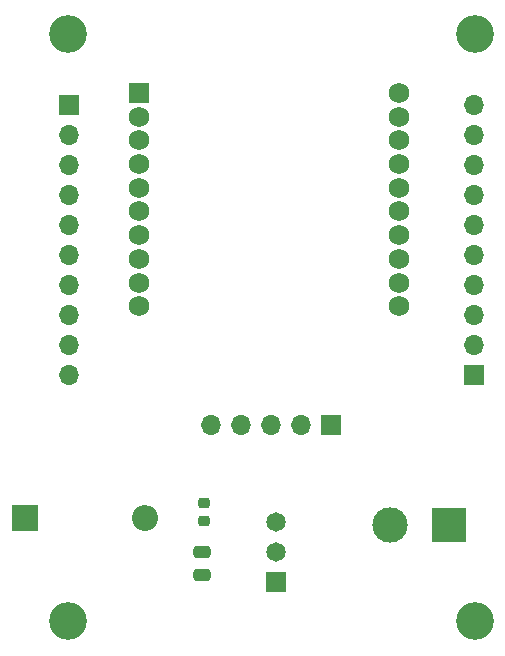
<source format=gts>
G04 #@! TF.GenerationSoftware,KiCad,Pcbnew,7.0.8*
G04 #@! TF.CreationDate,2025-02-11T22:02:48-06:00*
G04 #@! TF.ProjectId,XBeeBreakoutBoard,58426565-4272-4656-916b-6f7574426f61,rev?*
G04 #@! TF.SameCoordinates,Original*
G04 #@! TF.FileFunction,Soldermask,Top*
G04 #@! TF.FilePolarity,Negative*
%FSLAX46Y46*%
G04 Gerber Fmt 4.6, Leading zero omitted, Abs format (unit mm)*
G04 Created by KiCad (PCBNEW 7.0.8) date 2025-02-11 22:02:48*
%MOMM*%
%LPD*%
G01*
G04 APERTURE LIST*
G04 Aperture macros list*
%AMRoundRect*
0 Rectangle with rounded corners*
0 $1 Rounding radius*
0 $2 $3 $4 $5 $6 $7 $8 $9 X,Y pos of 4 corners*
0 Add a 4 corners polygon primitive as box body*
4,1,4,$2,$3,$4,$5,$6,$7,$8,$9,$2,$3,0*
0 Add four circle primitives for the rounded corners*
1,1,$1+$1,$2,$3*
1,1,$1+$1,$4,$5*
1,1,$1+$1,$6,$7*
1,1,$1+$1,$8,$9*
0 Add four rect primitives between the rounded corners*
20,1,$1+$1,$2,$3,$4,$5,0*
20,1,$1+$1,$4,$5,$6,$7,0*
20,1,$1+$1,$6,$7,$8,$9,0*
20,1,$1+$1,$8,$9,$2,$3,0*%
G04 Aperture macros list end*
%ADD10C,1.651000*%
%ADD11R,1.651000X1.651000*%
%ADD12R,2.200000X2.200000*%
%ADD13O,2.200000X2.200000*%
%ADD14R,1.700000X1.700000*%
%ADD15O,1.700000X1.700000*%
%ADD16RoundRect,0.102000X-0.765000X-0.765000X0.765000X-0.765000X0.765000X0.765000X-0.765000X0.765000X0*%
%ADD17C,1.734000*%
%ADD18C,3.200000*%
%ADD19RoundRect,0.250000X0.475000X-0.250000X0.475000X0.250000X-0.475000X0.250000X-0.475000X-0.250000X0*%
%ADD20R,3.000000X3.000000*%
%ADD21C,3.000000*%
%ADD22RoundRect,0.225000X-0.250000X0.225000X-0.250000X-0.225000X0.250000X-0.225000X0.250000X0.225000X0*%
G04 APERTURE END LIST*
D10*
X140000000Y-91560000D03*
X140000000Y-94100000D03*
D11*
X140000000Y-96640000D03*
D12*
X118740000Y-91200000D03*
D13*
X128900000Y-91200000D03*
D14*
X144640000Y-83400000D03*
D15*
X142100000Y-83400000D03*
X139560000Y-83400000D03*
X137020000Y-83400000D03*
X134480000Y-83400000D03*
D16*
X128400000Y-55253800D03*
D17*
X128400000Y-57260400D03*
X128400000Y-59267000D03*
X128400000Y-61273600D03*
X128400000Y-63280200D03*
X128400000Y-65286800D03*
X128400000Y-67293400D03*
X128400000Y-69300000D03*
X128400000Y-71306600D03*
X128400000Y-73313200D03*
X150396400Y-73313200D03*
X150396400Y-71306600D03*
X150396400Y-69300000D03*
X150396400Y-67293400D03*
X150396400Y-65286800D03*
X150396400Y-63280200D03*
X150396400Y-61273600D03*
X150396400Y-59267000D03*
X150396400Y-57260400D03*
X150396400Y-55253800D03*
D18*
X122400000Y-50300000D03*
D14*
X156775000Y-79160000D03*
D15*
X156775000Y-76620000D03*
X156775000Y-74080000D03*
X156775000Y-71540000D03*
X156775000Y-69000000D03*
X156775000Y-66460000D03*
X156775000Y-63920000D03*
X156775000Y-61380000D03*
X156775000Y-58840000D03*
X156775000Y-56300000D03*
D19*
X133700000Y-96050000D03*
X133700000Y-94150000D03*
D18*
X156800000Y-100000000D03*
D14*
X122425000Y-56300000D03*
D15*
X122425000Y-58840000D03*
X122425000Y-61380000D03*
X122425000Y-63920000D03*
X122425000Y-66460000D03*
X122425000Y-69000000D03*
X122425000Y-71540000D03*
X122425000Y-74080000D03*
X122425000Y-76620000D03*
X122425000Y-79160000D03*
D18*
X156800000Y-50300000D03*
X122400000Y-100000000D03*
D20*
X154600000Y-91800000D03*
D21*
X149600000Y-91800000D03*
D22*
X133900000Y-89950000D03*
X133900000Y-91500000D03*
M02*

</source>
